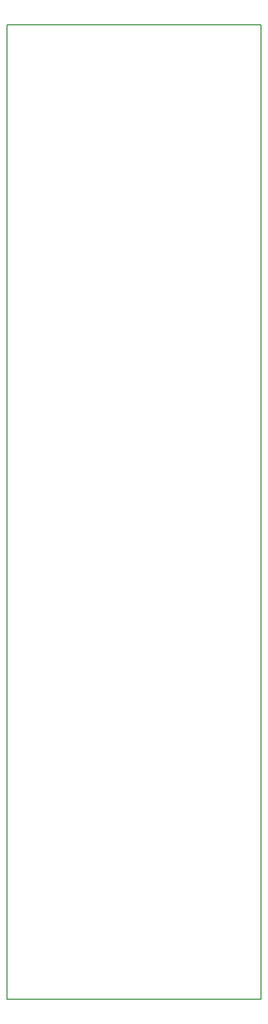
<source format=gbr>
G04 #@! TF.GenerationSoftware,KiCad,Pcbnew,(5.0.0-rc2-dev-311-g1dd4af297)*
G04 #@! TF.CreationDate,2018-06-08T08:48:50+02:00*
G04 #@! TF.ProjectId,resetUSB,72657365745553422E6B696361645F70,1.0*
G04 #@! TF.SameCoordinates,PX6ad8e7cPY2bcdfd4*
G04 #@! TF.FileFunction,Paste,Bot*
G04 #@! TF.FilePolarity,Positive*
%FSLAX46Y46*%
G04 Gerber Fmt 4.6, Leading zero omitted, Abs format (unit mm)*
G04 Created by KiCad (PCBNEW (5.0.0-rc2-dev-311-g1dd4af297)) date 06/08/18 08:48:50*
%MOMM*%
%LPD*%
G01*
G04 APERTURE LIST*
%ADD10C,0.200000*%
G04 APERTURE END LIST*
D10*
X0Y0D02*
X0Y-153000000D01*
X40000000Y0D02*
X0Y0D01*
X40000000Y-153000000D02*
X40000000Y0D01*
X0Y-153000000D02*
X40000000Y-153000000D01*
M02*

</source>
